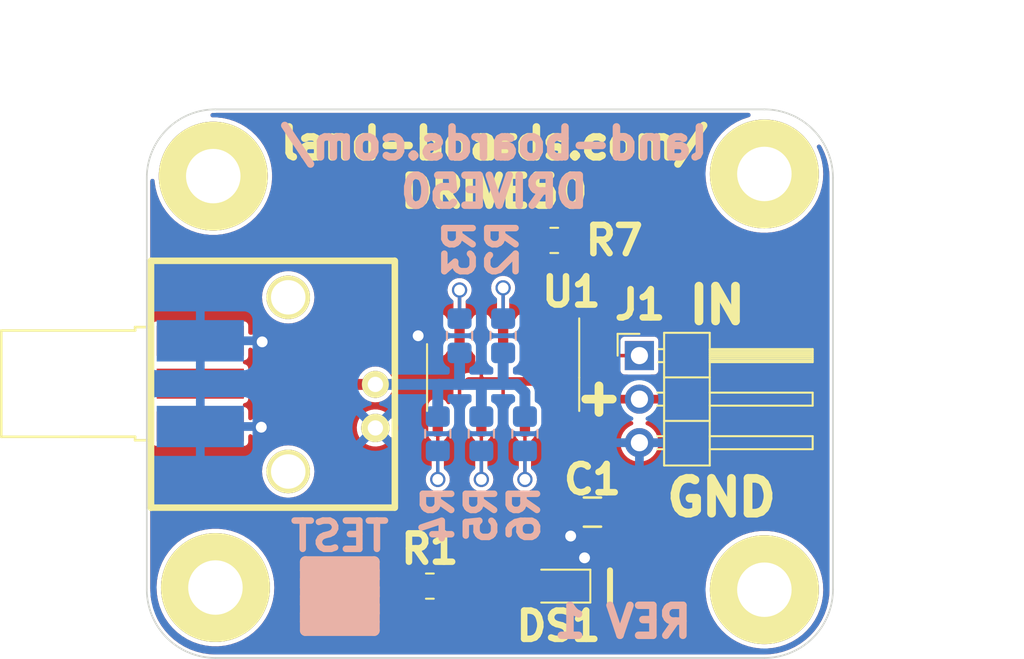
<source format=kicad_pcb>
(kicad_pcb (version 20211014) (generator pcbnew)
  (title_block (title "50 OHM DRIVER") (date "2022-07-06") (rev "1"))
  (layers (0 "F.Cu" signal) (31 "B.Cu" signal) (36 "B.SilkS" user "B.Silkscreen") (37 "F.SilkS" user "F.Silkscreen") (38 "B.Mask" user) (39 "F.Mask" user) (44 "Edge.Cuts" user))
  (net 0 "")
  (net 1 "GND")
  (net 2 "VCC")
  (net 3 "Net-(DS1-Pad2)")
  (net 4 "Net-(J1-Pad1)")
  (net 5 "Net-(PA1-Pad1)")
  (net 6 "Net-(R3-Pad1)")
  (net 7 "Net-(R2-Pad1)")
  (net 8 "Net-(U1-Pad11)")
  (net 9 "Net-(R4-Pad1)")
  (net 10 "Net-(R5-Pad1)")
  (net 11 "Net-(R6-Pad1)")
  (footprint "Package_SO:SO-14_3.9x8.65mm_P1.27mm" (layer "F.Cu") (at 137.02 104 -90)
    (fp_text reference "U1" (at -5 -3.98 180) (layer "F.SilkS") (effects (font (size 1.651 1.651) (thickness 0.381))))
    (fp_text value "74AC14")
    (fp_line (start 0 4.435) (end -1.95 4.435) (layer "F.SilkS") (width 0.12))
    (fp_line (start 0 -4.435) (end 1.95 -4.435) (layer "F.SilkS") (width 0.12))
    (fp_line (start 0 4.435) (end 1.95 4.435) (layer "F.SilkS") (width 0.12))
    (fp_line (start 0 -4.435) (end -3.45 -4.435) (layer "F.SilkS") (width 0.12))
    (pad "1" smd roundrect (at -2.475 -3.81 270) (size 1.95 0.6) (layers "F.Cu" "F.Paste" "F.Mask") (net 4 "Net-(J1-Pad1)"))
    (pad "2" smd roundrect (at -2.475 -2.54 270) (size 1.95 0.6) (layers "F.Cu" "F.Paste" "F.Mask") (net 8 "Net-(U1-Pad11)"))
    (pad "3" smd roundrect (at -2.475 -1.27 270) (size 1.95 0.6) (layers "F.Cu" "F.Paste" "F.Mask") (net 8 "Net-(U1-Pad11)"))
    (pad "4" smd roundrect (at -2.475 0 270) (size 1.95 0.6) (layers "F.Cu" "F.Paste" "F.Mask") (net 7 "Net-(R2-Pad1)"))
    (pad "5" smd roundrect (at -2.475 1.27 270) (size 1.95 0.6) (layers "F.Cu" "F.Paste" "F.Mask") (net 8 "Net-(U1-Pad11)"))
    (pad "6" smd roundrect (at -2.475 2.54 270) (size 1.95 0.6) (layers "F.Cu" "F.Paste" "F.Mask") (net 6 "Net-(R3-Pad1)"))
    (pad "7" smd roundrect (at -2.475 3.81 270) (size 1.95 0.6) (layers "F.Cu" "F.Paste" "F.Mask") (net 1 "GND"))
    (pad "8" smd roundrect (at 2.475 3.81 270) (size 1.95 0.6) (layers "F.Cu" "F.Paste" "F.Mask") (net 9 "Net-(R4-Pad1)"))
    (pad "9" smd roundrect (at 2.475 2.54 270) (size 1.95 0.6) (layers "F.Cu" "F.Paste" "F.Mask") (net 8 "Net-(U1-Pad11)"))
    (pad "10" smd roundrect (at 2.475 1.27 270) (size 1.95 0.6) (layers "F.Cu" "F.Paste" "F.Mask") (net 10 "Net-(R5-Pad1)"))
    (pad "11" smd roundrect (at 2.475 0 270) (size 1.95 0.6) (layers "F.Cu" "F.Paste" "F.Mask") (net 8 "Net-(U1-Pad11)"))
    (pad "12" smd roundrect (at 2.475 -1.27 270) (size 1.95 0.6) (layers "F.Cu" "F.Paste" "F.Mask") (net 11 "Net-(R6-Pad1)"))
    (pad "13" smd roundrect (at 2.475 -2.54 270) (size 1.95 0.6) (layers "F.Cu" "F.Paste" "F.Mask") (net 8 "Net-(U1-Pad11)"))
    (pad "14" smd roundrect (at 2.475 -3.81 270) (size 1.95 0.6) (layers "F.Cu" "F.Paste" "F.Mask") (net 2 "VCC"))
  )
  (footprint "BNC-RT" (layer "F.Cu") (at 129.573 104.401 90)
    (fp_text reference "PB1" hide)
    (fp_text value "BNC" hide)
    (fp_line (start 7.21106 -13.08354) (end 7.21106 1.1176) (layer "F.SilkS") (width 0.381))
    (fp_line (start -7.1882 1.1176) (end -7.1882 -13.08354) (layer "F.SilkS") (width 0.381))
    (fp_line (start -7.1882 1.13538) (end 7.21106 1.13538) (layer "F.SilkS") (width 0.381))
    (fp_line (start -7.19328 -13.07846) (end 7.20598 -13.07846) (layer "F.SilkS") (width 0.381))
    (pad "" thru_hole circle locked (at -5.08 -5.08 90) (size 2.54 2.54) (drill 2.00914) (layers *.Cu *.Mask "F.SilkS"))
    (pad "" thru_hole circle locked (at 5.08 -5.08 90) (size 2.54 2.54) (drill 2.00914) (layers *.Cu *.Mask "F.SilkS"))
    (pad "1" thru_hole circle locked (at 0 0 90) (size 1.5748 1.5748) (drill 0.889) (layers *.Cu *.Mask "F.SilkS") (net 5 "Net-(PA1-Pad1)"))
    (pad "2" thru_hole circle locked (at -2.54 0 90) (size 1.651 1.651) (drill 0.889) (layers *.Cu *.Mask "F.SilkS") (net 1 "GND"))
  )
  (footprint "Capacitors_SMD:C_0805_HandSoldering" (layer "F.Cu") (at 142.227 111.85 180)
    (fp_text reference "C1" (at 0 1.905 180) (layer "F.SilkS") (effects (font (size 1.651 1.651) (thickness 0.381))))
    (fp_text value "0.1uF" hide)
    (fp_line (start 0.5 -0.85) (end -0.5 -0.85) (layer "F.SilkS") (width 0.15))
    (fp_line (start -0.5 0.85) (end 0.5 0.85) (layer "F.SilkS") (width 0.15))
    (pad "1" smd rect locked (at -1.25 0 180) (size 1.5 1.25) (layers "F.Cu" "F.Mask") (net 2 "VCC"))
    (pad "2" smd rect locked (at 1.25 0 180) (size 1.5 1.25) (layers "F.Cu" "F.Mask") (net 1 "GND"))
  )
  (footprint "LED_SMD:LED_0805_2012Metric_Pad1.15x1.40mm_HandSolder" (layer "F.Cu") (at 140.242 116.168 180)
    (fp_text reference "DS1" (at -0.008 -2.332 180) (layer "F.SilkS") (effects (font (size 1.651 1.651) (thickness 0.381))))
    (fp_text value "LED")
    (fp_line (start -1.86 -0.96) (end -1.86 0.96) (layer "F.SilkS") (width 0.12))
    (fp_line (start 1 -0.96) (end -1.86 -0.96) (layer "F.SilkS") (width 0.12))
    (fp_line (start -1.86 0.96) (end 1 0.96) (layer "F.SilkS") (width 0.12))
    (pad "1" smd roundrect (at -1.025 0 180) (size 1.15 1.4) (layers "F.Cu" "F.Paste" "F.Mask") (roundrect_rratio 0.2173913043) (net 1 "GND"))
    (pad "2" smd roundrect (at 1.025 0 180) (size 1.15 1.4) (layers "F.Cu" "F.Paste" "F.Mask") (roundrect_rratio 0.2173913043) (net 3 "Net-(DS1-Pad2)"))
  )
  (footprint "Resistor_SMD:R_0805_2012Metric_Pad1.20x1.40mm_HandSolder" (layer "F.Cu") (at 132.749 116.168)
    (fp_text reference "R1" (at 0 -2.168) (layer "F.SilkS") (effects (font (size 1.651 1.651) (thickness 0.381))))
    (fp_text value "240")
    (fp_line (start -0.227064 0.735) (end 0.227064 0.735) (layer "F.SilkS") (width 0.12))
    (fp_line (start -0.227064 -0.735) (end 0.227064 -0.735) (layer "F.SilkS") (width 0.12))
    (pad "1" smd roundrect (at -1 0) (size 1.2 1.4) (layers "F.Cu" "F.Paste" "F.Mask") (roundrect_rratio 0.2083333333) (net 2 "VCC"))
    (pad "2" smd roundrect (at 1 0) (size 1.2 1.4) (layers "F.Cu" "F.Paste" "F.Mask") (roundrect_rratio 0.2083333333) (net 3 "Net-(DS1-Pad2)"))
  )
  (footprint "LandBoards_Conns:SMA_EDGE-F" (layer "F.Cu") (at 119.367 104.357 180)
    (fp_text reference "PA1" hide)
    (fp_text value "SMA" hide)
    (fp_line (start 3.8 -3.3) (end 3.8 -3.1) (layer "F.SilkS") (width 0.15))
    (fp_line (start 3.8 3.1) (end 11.6 3.1) (layer "F.SilkS") (width 0.15))
    (fp_line (start 3.8 3.3) (end 3.8 3.1) (layer "F.SilkS") (width 0.15))
    (fp_line (start 11.6 3.1) (end 11.6 -3.1) (layer "F.SilkS") (width 0.15))
    (fp_line (start 2.9 -3.3) (end 3.8 -3.3) (layer "F.SilkS") (width 0.15))
    (fp_line (start 3.8 -3.1) (end 7 -3.1) (layer "F.SilkS") (width 0.15))
    (fp_line (start 3.8 3.1) (end 7 3.1) (layer "F.SilkS") (width 0.15))
    (fp_line (start 2.9 3.3) (end 3.8 3.3) (layer "F.SilkS") (width 0.15))
    (fp_line (start 3.8 -3.1) (end 11.6 -3.1) (layer "F.SilkS") (width 0.15))
    (pad "1" smd rect locked (at 0 0 180) (size 5.08 1.75) (layers "F.Cu" "F.Mask") (net 5 "Net-(PA1-Pad1)"))
    (pad "2" smd rect locked (at 0 -2.5 180) (size 5.08 1.75) (layers "F.Cu" "F.Mask") (net 1 "GND"))
    (pad "2" smd rect locked (at 0 2.5 180) (size 5.08 1.75) (layers "F.Cu" "F.Mask") (net 1 "GND"))
    (pad "2" smd rect locked (at 0 -2.5 180) (size 5.08 2.413) (layers "B.Cu" "B.Mask") (net 1 "GND"))
    (pad "2" smd rect locked (at 0 2.5 180) (size 5.08 2.413) (layers "B.Cu" "B.Mask") (net 1 "GND"))
  )
  (footprint "LandBoards_MountHoles:MTG-4-40" (layer "F.Cu") (at 120.25 92.25)
    (fp_text reference "MTG1" hide)
    (fp_text value "MTG_HOLE" hide)
    (pad "1" thru_hole circle locked (at -0.127 0) (size 6.35 6.35) (drill 3.175) (layers *.Cu *.Mask "F.SilkS"))
  )
  (footprint "LandBoards_MountHoles:MTG-4-40" (layer "F.Cu") (at 152.248 116.25)
    (fp_text reference "MTG4" hide)
    (fp_text value "MTG_HOLE" hide)
    (pad "1" thru_hole circle locked (at 0 0.127) (size 6.35 6.35) (drill 3.175) (layers *.Cu *.Mask "F.SilkS"))
  )
  (footprint "Resistor_SMD:R_0805_2012Metric_Pad1.20x1.40mm_HandSolder" (layer "F.Cu") (at 140 96 180)
    (fp_text reference "R7" (at -3.5 0) (layer "F.SilkS") (effects (font (size 1.651 1.651) (thickness 0.381))))
    (fp_text value "10K")
    (fp_line (start -0.227064 0.735) (end 0.227064 0.735) (layer "F.SilkS") (width 0.12))
    (fp_line (start -0.227064 -0.735) (end 0.227064 -0.735) (layer "F.SilkS") (width 0.12))
    (pad "1" smd roundrect (at -1 0 180) (size 1.2 1.4) (layers "F.Cu" "F.Paste" "F.Mask") (roundrect_rratio 0.2083333333) (net 4 "Net-(J1-Pad1)"))
    (pad "2" smd roundrect (at 1 0 180) (size 1.2 1.4) (layers "F.Cu" "F.Paste" "F.Mask") (roundrect_rratio 0.2083333333) (net 2 "VCC"))
  )
  (footprint "Connector_PinHeader_2.54mm:PinHeader_1x03_P2.54mm_Horizontal" (layer "F.Cu") (at 144.964 102.721)
    (fp_text reference "J1" (at 0.036 -2.971) (layer "F.SilkS") (effects (font (size 1.651 1.651) (thickness 0.381))))
    (fp_text value "Conn_01x03")
    (fp_line (start 1.042929 5.46) (end 1.44 5.46) (layer "F.SilkS") (width 0.12))
    (fp_line (start 4.1 6.41) (end 4.1 -1.33) (layer "F.SilkS") (width 0.12))
    (fp_line (start 4.1 0.28) (end 10.1 0.28) (layer "F.SilkS") (width 0.12))
    (fp_line (start 4.1 4.7) (end 10.1 4.7) (layer "F.SilkS") (width 0.12))
    (fp_line (start 10.1 2.92) (end 4.1 2.92) (layer "F.SilkS") (width 0.12))
    (fp_line (start 4.1 -1.33) (end 1.44 -1.33) (layer "F.SilkS") (width 0.12))
    (fp_line (start 1.44 3.81) (end 4.1 3.81) (layer "F.SilkS") (width 0.12))
    (fp_line (start 4.1 -0.38) (end 10.1 -0.38) (layer "F.SilkS") (width 0.12))
    (fp_line (start -1.27 -1.27) (end 0 -1.27) (layer "F.SilkS") (width 0.12))
    (fp_line (start 10.1 4.7) (end 10.1 5.46) (layer "F.SilkS") (width 0.12))
    (fp_line (start 4.1 2.16) (end 10.1 2.16) (layer "F.SilkS") (width 0.12))
    (fp_line (start 1.11 -0.38) (end 1.44 -0.38) (layer "F.SilkS") (width 0.12))
    (fp_line (start 10.1 5.46) (end 4.1 5.46) (layer "F.SilkS") (width 0.12))
    (fp_line (start 1.11 0.38) (end 1.44 0.38) (layer "F.SilkS") (width 0.12))
    (fp_line (start 4.1 -0.32) (end 10.1 -0.32) (layer "F.SilkS") (width 0.12))
    (fp_line (start 1.042929 2.92) (end 1.44 2.92) (layer "F.SilkS") (width 0.12))
    (fp_line (start 4.1 -0.2) (end 10.1 -0.2) (layer "F.SilkS") (width 0.12))
    (fp_line (start 1.44 1.27) (end 4.1 1.27) (layer "F.SilkS") (width 0.12))
    (fp_line (start 1.042929 2.16) (end 1.44 2.16) (layer "F.SilkS") (width 0.12))
    (fp_line (start -1.27 0) (end -1.27 -1.27) (layer "F.SilkS") (width 0.12))
    (fp_line (start 4.1 -0.08) (end 10.1 -0.08) (layer "F.SilkS") (width 0.12))
    (fp_line (start 1.44 -1.33) (end 1.44 6.41) (layer "F.SilkS") (width 0.12))
    (fp_line (start 10.1 -0.38) (end 10.1 0.38) (layer "F.SilkS") (width 0.12))
    (fp_line (start 4.1 0.16) (end 10.1 0.16) (layer "F.SilkS") (width 0.12))
    (fp_line (start 1.042929 4.7) (end 1.44 4.7) (layer "F.SilkS") (width 0.12))
    (fp_line (start 4.1 0.04) (end 10.1 0.04) (layer "F.SilkS") (width 0.12))
    (fp_line (start 1.44 6.41) (end 4.1 6.41) (layer "F.SilkS") (width 0.12))
    (fp_line (start 10.1 0.38) (end 4.1 0.38) (layer "F.SilkS") (width 0.12))
    (fp_line (start 10.1 2.16) (end 10.1 2.92) (layer "F.SilkS") (width 0.12))
    (pad "1" thru_hole rect (at 0 0) (size 1.7 1.7) (drill 1) (layers *.Cu *.Mask) (net 4 "Net-(J1-Pad1)"))
    (pad "2" thru_hole oval (at 0 2.54) (size 1.7 1.7) (drill 1) (layers *.Cu *.Mask) (net 2 "VCC"))
    (pad "3" thru_hole oval (at 0 5.08) (size 1.7 1.7) (drill 1) (layers *.Cu *.Mask) (net 1 "GND"))
  )
  (footprint "LandBoards_Marking:TEST_BLK-REAR" (layer "F.Cu") (at 127.5 116.75)
    (fp_text reference "TEST" (at 0 -3.5) (layer "B.SilkS") (effects (font (size 1.651 1.651) (thickness 0.381)) (justify mirror)))
    (fp_text value "COUPON" hide)
    (fp_line (start -2 0) (end -2 0.5) (layer "B.SilkS") (width 0.65))
    (fp_line (start -2 2) (end -2 -2) (layer "B.SilkS") (width 0.65))
    (fp_line (start 2 -2) (end 2 2) (layer "B.SilkS") (width 0.65))
    (fp_line (start 2 0.5) (end 2 1) (layer "B.SilkS") (width 0.65))
    (fp_line (start -2 -1.5) (end 2 -1.5) (layer "B.SilkS") (width 0.65))
    (fp_line (start 2 -1) (end -2 -1) (layer "B.SilkS") (width 0.65))
    (fp_line (start -2 -2) (end -2 -1.5) (layer "B.SilkS") (width 0.65))
    (fp_line (start -2 -0.5) (end 2 -0.5) (layer "B.SilkS") (width 0.65))
    (fp_line (start -2 0.5) (end 1.5 0.5) (layer "B.SilkS") (width 0.65))
    (fp_line (start 2 0) (end -2 0) (layer "B.SilkS") (width 0.65))
    (fp_line (start 2 -1.5) (end 2 -1) (layer "B.SilkS") (width 0.65))
    (fp_line (start 1.5 0.5) (end 2 0.5) (layer "B.SilkS") (width 0.65))
    (fp_line (start -2 1.5) (end 2 1.5) (layer "B.SilkS") (width 0.65))
    (fp_line (start -2 1) (end -2 1.5) (layer "B.SilkS") (width 0.65))
    (fp_line (start -2 -1) (end -2 -0.5) (layer "B.SilkS") (width 0.65))
    (fp_line (start 2 2) (end -2 2) (layer "B.SilkS") (width 0.65))
    (fp_line (start -2 -2) (end 2 -2) (layer "B.SilkS") (width 0.65))
    (fp_line (start 2 -0.5) (end 2 0) (layer "B.SilkS") (width 0.65))
    (fp_line (start 2 1) (end -2 1) (layer "B.SilkS") (width 0.65))
  )
  (footprint "LandBoards_MountHoles:MTG-4-40" (layer "F.Cu") (at 152.248 92.25)
    (fp_text reference "MTG2" hide)
    (fp_text value "MTG_HOLE" hide)
    (pad "1" thru_hole circle locked (at 0 -0.127) (size 6.35 6.35) (drill 3.175) (layers *.Cu *.Mask "F.SilkS"))
  )
  (footprint "LandBoards_MountHoles:MTG-4-40" (layer "F.Cu") (at 120.25 116.25)
    (fp_text reference "MTG3" hide)
    (fp_text value "MTG_HOLE" hide)
    (pad "1" thru_hole circle locked (at 0 0) (size 6.35 6.35) (drill 3.175) (layers *.Cu *.Mask "F.SilkS"))
  )
  (footprint "Resistor_SMD:R_0805_2012Metric_Pad1.20x1.40mm_HandSolder" (layer "B.Cu") (at 137.02 101.563 -90)
    (fp_text reference "R2" (at -5.063 0.02 90) (layer "B.SilkS") (effects (font (size 1.651 1.651) (thickness 0.381)) (justify mirror)))
    (fp_text value "249")
    (fp_line (start -0.227064 -0.735) (end 0.227064 -0.735) (layer "B.SilkS") (width 0.12))
    (fp_line (start -0.227064 0.735) (end 0.227064 0.735) (layer "B.SilkS") (width 0.12))
    (pad "1" smd roundrect (at -1 0 270) (size 1.2 1.4) (layers "B.Cu" "B.Paste" "B.Mask") (roundrect_rratio 0.2083333333) (net 7 "Net-(R2-Pad1)"))
    (pad "2" smd roundrect (at 1 0 270) (size 1.2 1.4) (layers "B.Cu" "B.Paste" "B.Mask") (roundrect_rratio 0.2083333333) (net 5 "Net-(PA1-Pad1)"))
  )
  (footprint "Resistor_SMD:R_0805_2012Metric_Pad1.20x1.40mm_HandSolder" (layer "B.Cu") (at 134.48 101.563 -90)
    (fp_text reference "R3" (at -5.063 -0.02 90) (layer "B.SilkS") (effects (font (size 1.651 1.651) (thickness 0.381)) (justify mirror)))
    (fp_text value "249")
    (fp_line (start -0.227064 -0.735) (end 0.227064 -0.735) (layer "B.SilkS") (width 0.12))
    (fp_line (start -0.227064 0.735) (end 0.227064 0.735) (layer "B.SilkS") (width 0.12))
    (pad "1" smd roundrect (at -1 0 270) (size 1.2 1.4) (layers "B.Cu" "B.Paste" "B.Mask") (roundrect_rratio 0.2083333333) (net 6 "Net-(R3-Pad1)"))
    (pad "2" smd roundrect (at 1 0 270) (size 1.2 1.4) (layers "B.Cu" "B.Paste" "B.Mask") (roundrect_rratio 0.2083333333) (net 5 "Net-(PA1-Pad1)"))
  )
  (footprint "Resistor_SMD:R_0805_2012Metric_Pad1.20x1.40mm_HandSolder" (layer "B.Cu") (at 133.21 107.278 90)
    (fp_text reference "R4" (at -4.722 0.04 270) (layer "B.SilkS") (effects (font (size 1.651 1.651) (thickness 0.381)) (justify mirror)))
    (fp_text value "249")
    (fp_line (start -0.227064 0.735) (end 0.227064 0.735) (layer "B.SilkS") (width 0.12))
    (fp_line (start -0.227064 -0.735) (end 0.227064 -0.735) (layer "B.SilkS") (width 0.12))
    (pad "1" smd roundrect (at -1 0 90) (size 1.2 1.4) (layers "B.Cu" "B.Paste" "B.Mask") (roundrect_rratio 0.2083333333) (net 9 "Net-(R4-Pad1)"))
    (pad "2" smd roundrect (at 1 0 90) (size 1.2 1.4) (layers "B.Cu" "B.Paste" "B.Mask") (roundrect_rratio 0.2083333333) (net 5 "Net-(PA1-Pad1)"))
  )
  (footprint "Resistor_SMD:R_0805_2012Metric_Pad1.20x1.40mm_HandSolder" (layer "B.Cu") (at 135.75 107.278 90)
    (fp_text reference "R5" (at -4.722 0 270) (layer "B.SilkS") (effects (font (size 1.651 1.651) (thickness 0.381)) (justify mirror)))
    (fp_text value "249")
    (fp_line (start -0.227064 -0.735) (end 0.227064 -0.735) (layer "B.SilkS") (width 0.12))
    (fp_line (start -0.227064 0.735) (end 0.227064 0.735) (layer "B.SilkS") (width 0.12))
    (pad "1" smd roundrect (at -1 0 90) (size 1.2 1.4) (layers "B.Cu" "B.Paste" "B.Mask") (roundrect_rratio 0.2083333333) (net 10 "Net-(R5-Pad1)"))
    (pad "2" smd roundrect (at 1 0 90) (size 1.2 1.4) (layers "B.Cu" "B.Paste" "B.Mask") (roundrect_rratio 0.2083333333) (net 5 "Net-(PA1-Pad1)"))
  )
  (footprint "Resistor_SMD:R_0805_2012Metric_Pad1.20x1.40mm_HandSolder" (layer "B.Cu") (at 138.29 107.278 90)
    (fp_text reference "R6" (at -4.722 -0.04 270) (layer "B.SilkS") (effects (font (size 1.651 1.651) (thickness 0.381)) (justify mirror)))
    (fp_text value "249")
    (fp_line (start -0.227064 -0.735) (end 0.227064 -0.735) (layer "B.SilkS") (width 0.12))
    (fp_line (start -0.227064 0.735) (end 0.227064 0.735) (layer "B.SilkS") (width 0.12))
    (pad "1" smd roundrect (at -1 0 90) (size 1.2 1.4) (layers "B.Cu" "B.Paste" "B.Mask") (roundrect_rratio 0.2083333333) (net 11 "Net-(R6-Pad1)"))
    (pad "2" smd roundrect (at 1 0 90) (size 1.2 1.4) (layers "B.Cu" "B.Paste" "B.Mask") (roundrect_rratio 0.2083333333) (net 5 "Net-(PA1-Pad1)"))
  )
  (gr_line (start 143.25 115.25) (end 143.25 117.25) (layer "F.SilkS") (width 0.35))
  (gr_line (start 120.248 88.357) (end 152.248 88.357) (layer "Edge.Cuts") (width 0.1))
  (gr_line (start 152.248 120.357) (end 120.248 120.357) (layer "Edge.Cuts") (width 0.1))
  (gr_arc (start 116.248 92.357) (mid 117.419573 89.528573) (end 120.248 88.357) (layer "Edge.Cuts") (width 0.1))
  (gr_arc (start 152.248 88.357) (mid 155.076427 89.528573) (end 156.248 92.357) (layer "Edge.Cuts") (width 0.1))
  (gr_line (start 116.248 116.357) (end 116.248 92.357) (layer "Edge.Cuts") (width 0.1))
  (gr_arc (start 120.248 120.357) (mid 117.419573 119.185427) (end 116.248 116.357) (layer "Edge.Cuts") (width 0.1))
  (gr_arc (start 156.248 116.357) (mid 155.076427 119.185427) (end 152.248 120.357) (layer "Edge.Cuts") (width 0.1))
  (gr_line (start 156.248 92.357) (end 156.248 116.357) (layer "Edge.Cuts") (width 0.1))
  (gr_text "land-boards.com/\nDRIVE50" (at 136.5 91.75) (layer "B.SilkS") (effects (font (size 1.75 1.75) (thickness 0.4375)) (justify mirror)))
  (gr_text "REV 1" (at 144 118.25) (layer "B.SilkS") (effects (font (size 1.75 1.75) (thickness 0.4375)) (justify mirror)))
  (gr_text "+" (at 142.608 105.119) (layer "F.SilkS") (effects (font (size 2.032 2.032) (thickness 0.508))))
  (gr_text "IN" (at 149.5 99.785) (layer "F.SilkS") (effects (font (size 2.032 2.032) (thickness 0.508))))
  (gr_text "GND" (at 149.75 111) (layer "F.SilkS") (effects (font (size 2.032 2.032) (thickness 0.508))))
  (gr_text "land-boards.com/\nDRIVE50" (at 136.5 91.75) (layer "F.SilkS") (effects (font (size 1.75 1.75) (thickness 0.4375))))
  (segment (start 122.9122 101.857) (end 122.9738 101.9186) (width 0.2032) (layer "F.Cu") (net 1))
  (segment (start 122.883 106.857) (end 122.923 106.897) (width 0.2032) (layer "F.Cu") (net 1))
  (segment (start 141.592 114.691) (end 141.766 114.517) (width 0.254) (layer "F.Cu") (net 1))
  (segment (start 119.113 106.857) (end 122.883 106.857) (width 0.2032) (layer "F.Cu") (net 1))
  (segment (start 133.21 101.563) (end 132.067 101.563) (width 0.254) (layer "F.Cu") (net 1))
  (segment (start 119.113 101.857) (end 122.9122 101.857) (width 0.2032) (layer "F.Cu") (net 1))
  (segment (start 140.977 111.85) (end 140.977 113.247) (width 0.254) (layer "F.Cu") (net 1))
  (segment (start 141.592 116.168) (end 141.592 114.691) (width 0.254) (layer "F.Cu") (net 1))
  (via (at 141.766 114.517) (size 0.889) (drill 0.635) (layers "F.Cu" "B.Cu") (net 1))
  (via (at 122.923 106.897) (size 0.889) (drill 0.635) (layers "F.Cu" "B.Cu") (net 1))
  (via (at 140.957 113.247) (size 0.889) (drill 0.635) (layers "F.Cu" "B.Cu") (net 1))
  (via (at 122.9738 101.9186) (size 0.889) (drill 0.635) (layers "F.Cu" "B.Cu") (net 1))
  (via (at 132.067 101.563) (size 0.889) (drill 0.635) (layers "F.Cu" "B.Cu") (net 1))
  (segment (start 134.099 116.168) (end 138.892 116.168) (width 0.254) (layer "F.Cu") (net 3))
  (segment (start 140.83 96.17) (end 141 96) (width 0.254) (layer "F.Cu") (net 4))
  (segment (start 143.385 102.721) (end 144.964 102.721) (width 0.2032) (layer "F.Cu") (net 4))
  (segment (start 140.83 101.525) (end 140.83 96.17) (width 0.254) (layer "F.Cu") (net 4))
  (segment (start 142.227 101.563) (end 143.385 102.721) (width 0.2032) (layer "F.Cu") (net 4))
  (segment (start 140.83 101.563) (end 142.227 101.563) (width 0.2032) (layer "F.Cu") (net 4))
  (segment (start 129.573 104.401) (end 119.573 104.401) (width 0.635) (layer "F.Cu") (net 5))
  (segment (start 133.21 104.484) (end 133.293 104.401) (width 0.635) (layer "B.Cu") (net 5))
  (segment (start 135.75 105.928) (end 135.75 104.572) (width 0.635) (layer "B.Cu") (net 5))
  (segment (start 135.921 104.401) (end 137.064 104.401) (width 0.635) (layer "B.Cu") (net 5))
  (segment (start 137.02 104.357) (end 137.064 104.401) (width 0.635) (layer "B.Cu") (net 5))
  (segment (start 137.02 102.913) (end 137.02 104.357) (width 0.635) (layer "B.Cu") (net 5))
  (segment (start 137.826 104.401) (end 138.29 104.865) (width 0.635) (layer "B.Cu") (net 5))
  (segment (start 129.573 104.401) (end 133.293 104.401) (width 0.635) (layer "B.Cu") (net 5))
  (segment (start 138.29 104.865) (end 138.29 105.928) (width 0.635) (layer "B.Cu") (net 5))
  (segment (start 137.064 104.401) (end 137.826 104.401) (width 0.635) (layer "B.Cu") (net 5))
  (segment (start 134.48 102.913) (end 134.48 104.23) (width 0.635) (layer "B.Cu") (net 5))
  (segment (start 134.651 104.401) (end 135.921 104.401) (width 0.635) (layer "B.Cu") (net 5))
  (segment (start 134.48 104.23) (end 134.651 104.401) (width 0.635) (layer "B.Cu") (net 5))
  (segment (start 133.293 104.401) (end 134.651 104.401) (width 0.635) (layer "B.Cu") (net 5))
  (segment (start 133.21 105.928) (end 133.21 104.484) (width 0.635) (layer "B.Cu") (net 5))
  (segment (start 135.75 104.572) (end 135.921 104.401) (width 0.635) (layer "B.Cu") (net 5))
  (segment (start 134.48 101.563) (end 134.48 98.896) (width 0.2032) (layer "F.Cu") (net 6))
  (via (at 134.48 98.896) (size 0.889) (drill 0.635) (layers "F.Cu" "B.Cu") (net 6))
  (segment (start 134.48 98.896) (end 134.48 100.213) (width 0.2032) (layer "B.Cu") (net 6))
  (segment (start 137.02 98.769) (end 137.02 101.563) (width 0.2032) (layer "F.Cu") (net 7))
  (via (at 137.02 98.769) (size 0.889) (drill 0.635) (layers "F.Cu" "B.Cu") (net 7))
  (segment (start 137.02 100.213) (end 137.02 98.769) (width 0.2032) (layer "B.Cu") (net 7))
  (segment (start 134.861 104.23) (end 135.02 104.23) (width 0.2032) (layer "F.Cu") (net 8))
  (segment (start 135.75 101.563) (end 135.75 103.976) (width 0.2032) (layer "F.Cu") (net 8))
  (segment (start 138.29 101.563) (end 138.29 104.23) (width 0.2032) (layer "F.Cu") (net 8))
  (segment (start 134.48 107.151) (end 134.48 104.611) (width 0.2032) (layer "F.Cu") (net 8))
  (segment (start 139.433 104.23) (end 139.56 104.103) (width 0.2032) (layer "F.Cu") (net 8))
  (segment (start 135.75 103.976) (end 136.004 104.23) (width 0.2032) (layer "F.Cu") (net 8))
  (segment (start 136.385 104.23) (end 137.147 104.23) (width 0.2032) (layer "F.Cu") (net 8))
  (segment (start 135.02 104.23) (end 139.433 104.23) (width 0.5) (layer "F.Cu") (net 8))
  (segment (start 137.02 107.151) (end 137.02 104.357) (width 0.2032) (layer "F.Cu") (net 8))
  (segment (start 139.56 104.103) (end 139.56 101.563) (width 0.2032) (layer "F.Cu") (net 8))
  (segment (start 136.004 104.23) (end 136.385 104.23) (width 0.2032) (layer "F.Cu") (net 8))
  (segment (start 139.56 107.151) (end 139.56 104.103) (width 0.2032) (layer "F.Cu") (net 8))
  (segment (start 138.29 104.23) (end 139.433 104.23) (width 0.2032) (layer "F.Cu") (net 8))
  (segment (start 134.48 104.611) (end 134.861 104.23) (width 0.2032) (layer "F.Cu") (net 8))
  (segment (start 137.02 104.357) (end 137.147 104.23) (width 0.2032) (layer "F.Cu") (net 8))
  (segment (start 135.02 104.23) (end 136.385 104.23) (width 0.2032) (layer "F.Cu") (net 8))
  (segment (start 137.147 104.23) (end 138.29 104.23) (width 0.2032) (layer "F.Cu") (net 8))
  (segment (start 133.21 107.151) (end 133.21 109.945) (width 0.2032) (layer "F.Cu") (net 9))
  (via (at 133.21 109.945) (size 0.889) (drill 0.635) (layers "F.Cu" "B.Cu") (net 9))
  (segment (start 133.21 109.945) (end 133.21 108.628) (width 0.2032) (layer "B.Cu") (net 9))
  (segment (start 135.75 107.151) (end 135.75 109.945) (width 0.2032) (layer "F.Cu") (net 10))
  (via (at 135.75 109.945) (size 0.889) (drill 0.635) (layers "F.Cu" "B.Cu") (net 10))
  (segment (start 135.75 109.945) (end 135.75 108.628) (width 0.2032) (layer "B.Cu") (net 10))
  (segment (start 138.29 107.151) (end 138.29 109.818) (width 0.2032) (layer "F.Cu") (net 11))
  (via (at 138.29 109.945) (size 0.889) (drill 0.635) (layers "F.Cu" "B.Cu") (net 11))
  (segment (start 138.29 109.818) (end 138.29 108.628) (width 0.2032) (layer "B.Cu") (net 11))
  (zone (net 2) (net_name "VCC") (layer "F.Cu") (connect_pads (clearance 0.2032)) (min_thickness 0.254) (fill yes (thermal_gap 0.508) (thermal_bridge_width 0.508))
    (polygon (pts (xy 117.248 89.357) (xy 120.248 88.357) (xy 152.692 88.357) (xy 156.248 89.357) (xy 156.248 93.518) (xy 156.248 116.357) (xy 155.499282 119.357) (xy 152.248 120.357) (xy 120.248 120.357) (xy 117.248 119.357) (xy 116.248 116.157) (xy 116.248 93.137)))
  )
  (zone (net 1) (net_name "GND") (layer "B.Cu") (connect_pads (clearance 0.2032)) (min_thickness 0.254) (fill yes (thermal_gap 0.508) (thermal_bridge_width 0.508))
    (polygon (pts (xy 156.248 116.357) (xy 155.38005 119.357) (xy 152.248 120.357) (xy 120.248 120.357) (xy 117.248 119.357) (xy 116.248 116.357) (xy 116.248 92.357) (xy 117.248 89.357) (xy 120.248 88.357) (xy 152.248 88.357) (xy 156.248 89.357) (xy 156.248 93.243)))
  )
)
</source>
